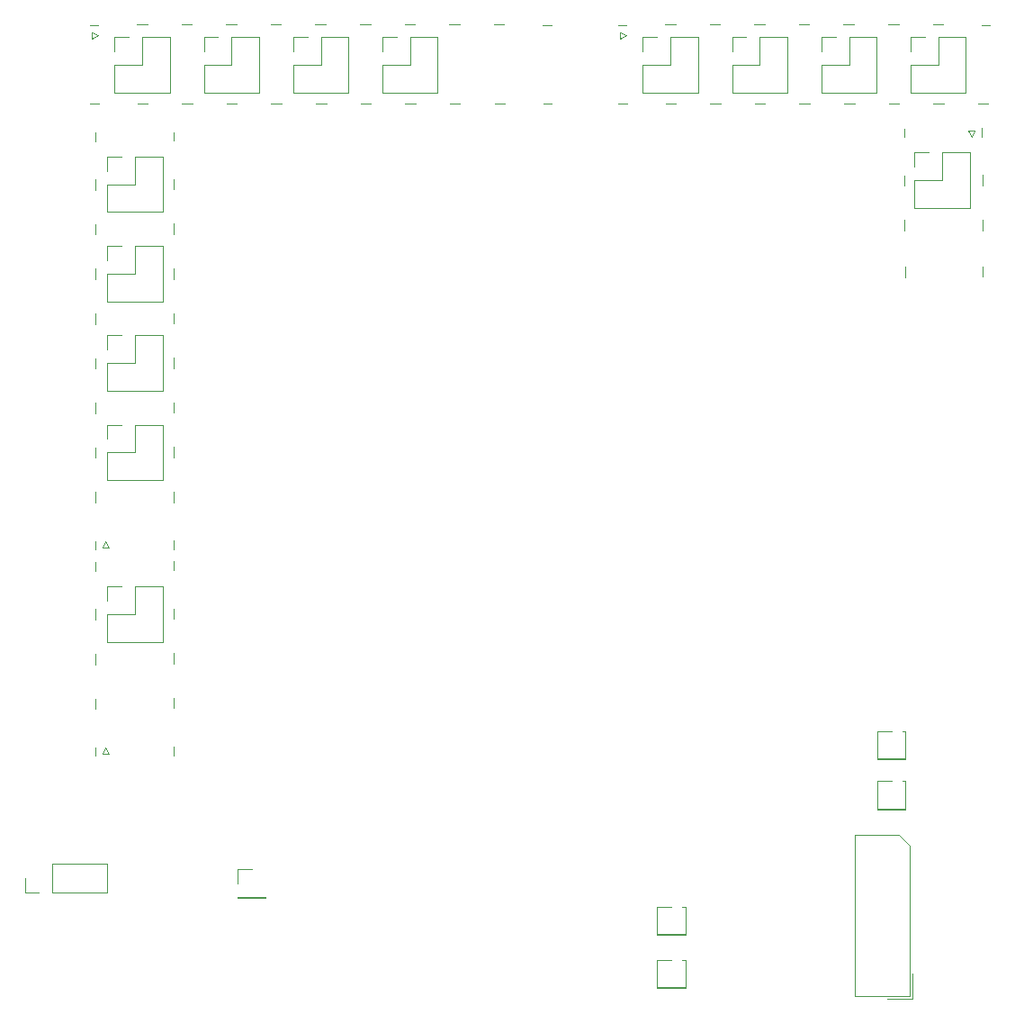
<source format=gto>
G04 #@! TF.GenerationSoftware,KiCad,Pcbnew,7.0.9*
G04 #@! TF.CreationDate,2024-02-13T07:44:27+03:00*
G04 #@! TF.ProjectId,hellen1-uaefi,68656c6c-656e-4312-9d75-616566692e6b,rev?*
G04 #@! TF.SameCoordinates,PX55d4a80PY8f0d180*
G04 #@! TF.FileFunction,Legend,Top*
G04 #@! TF.FilePolarity,Positive*
%FSLAX46Y46*%
G04 Gerber Fmt 4.6, Leading zero omitted, Abs format (unit mm)*
G04 Created by KiCad (PCBNEW 7.0.9) date 2024-02-13 07:44:27*
%MOMM*%
%LPD*%
G01*
G04 APERTURE LIST*
%ADD10C,0.120000*%
G04 APERTURE END LIST*
D10*
G04 #@! TO.C,M801*
X8025126Y91025000D02*
X8625126Y90725000D01*
X8025126Y90425000D02*
X8025126Y91025000D01*
X8300126Y76210000D02*
X8300126Y77190000D01*
X8300126Y72010000D02*
X8300126Y72990000D01*
X8300126Y67810000D02*
X8300126Y68790000D01*
X8300126Y63610000D02*
X8300126Y64590000D01*
X8300126Y59410000D02*
X8300126Y60390000D01*
X8300126Y55210000D02*
X8300126Y56190000D01*
X8300126Y51010000D02*
X8300126Y51990000D01*
X8300126Y46810000D02*
X8300126Y47790000D01*
X8300126Y35810000D02*
X8300126Y36790000D01*
X8300126Y31610000D02*
X8300126Y32590000D01*
X8300126Y27410000D02*
X8300126Y28390000D01*
X8310126Y80800000D02*
X8310126Y81610000D01*
X8310126Y43200000D02*
X8310126Y42390000D01*
X8310126Y40400000D02*
X8310126Y41210000D01*
X8310126Y23800000D02*
X8310126Y22990000D01*
X8625126Y91715000D02*
X7815126Y91715000D01*
X8625126Y90725000D02*
X8025126Y90425000D01*
X8677290Y84326098D02*
X7867290Y84326098D01*
X9000126Y42600000D02*
X9300126Y43200000D01*
X9000126Y23200000D02*
X9300126Y23800000D01*
X9300126Y43200000D02*
X9600126Y42600000D01*
X9300126Y23800000D02*
X9600126Y23200000D01*
X9600126Y42600000D02*
X9000126Y42600000D01*
X9600126Y23200000D02*
X9000126Y23200000D01*
X12235126Y91725000D02*
X13215126Y91725000D01*
X12287290Y84336098D02*
X13267290Y84336098D01*
X15688963Y35863539D02*
X15688963Y36843539D01*
X15688963Y31663539D02*
X15688963Y32643539D01*
X15688963Y27463539D02*
X15688963Y28443539D01*
X15689060Y76236065D02*
X15689060Y77216065D01*
X15689060Y72036065D02*
X15689060Y73016065D01*
X15689060Y67836065D02*
X15689060Y68816065D01*
X15689060Y63636065D02*
X15689060Y64616065D01*
X15689060Y59436065D02*
X15689060Y60416065D01*
X15689060Y55236065D02*
X15689060Y56216065D01*
X15689060Y51036065D02*
X15689060Y52016065D01*
X15689060Y46836065D02*
X15689060Y47816065D01*
X15698963Y40453539D02*
X15698963Y41263539D01*
X15698963Y23853539D02*
X15698963Y23043539D01*
X15699060Y80826065D02*
X15699060Y81636065D01*
X15699060Y43226065D02*
X15699060Y42416065D01*
X16435126Y91725000D02*
X17415126Y91725000D01*
X16487290Y84336098D02*
X17467290Y84336098D01*
X20635126Y91725000D02*
X21615126Y91725000D01*
X20687290Y84336098D02*
X21667290Y84336098D01*
X24835126Y91725000D02*
X25815126Y91725000D01*
X24887290Y84336098D02*
X25867290Y84336098D01*
X29035126Y91725000D02*
X30015126Y91725000D01*
X29087290Y84336098D02*
X30067290Y84336098D01*
X33235126Y91725000D02*
X34215126Y91725000D01*
X33287290Y84336098D02*
X34267290Y84336098D01*
X37435126Y91725000D02*
X38415126Y91725000D01*
X37487290Y84336098D02*
X38467290Y84336098D01*
X41635126Y91725000D02*
X42615126Y91725000D01*
X41687290Y84336098D02*
X42667290Y84336098D01*
X45835126Y91725000D02*
X46815126Y91725000D01*
X45887290Y84336098D02*
X46867290Y84336098D01*
X50425126Y91715000D02*
X51235126Y91715000D01*
X50477290Y84326098D02*
X51287290Y84326098D01*
X57725126Y91025000D02*
X58325126Y90725000D01*
X57725126Y90425000D02*
X57725126Y91025000D01*
X58325126Y91715000D02*
X57515126Y91715000D01*
X58325126Y90725000D02*
X57725126Y90425000D01*
X58363637Y84348254D02*
X57553637Y84348254D01*
X61195126Y8830000D02*
X61195126Y6170000D01*
X61195126Y3830000D02*
X61195126Y1170000D01*
X61489588Y6170000D02*
X61195126Y6170000D01*
X61489588Y1170000D02*
X61195126Y1170000D01*
X61500753Y8830000D02*
X61195126Y8830000D01*
X61500753Y3830000D02*
X61195126Y3830000D01*
X61935126Y91725000D02*
X62915126Y91725000D01*
X61973637Y84358254D02*
X62953637Y84358254D01*
X63549499Y6170000D02*
X63855126Y6170000D01*
X63549499Y1170000D02*
X63855126Y1170000D01*
X63560664Y8830000D02*
X63855126Y8830000D01*
X63560664Y3830000D02*
X63855126Y3830000D01*
X63855126Y6170000D02*
X63855126Y8830000D01*
X63855126Y1170000D02*
X63855126Y3830000D01*
X66135126Y91725000D02*
X67115126Y91725000D01*
X66173637Y84358254D02*
X67153637Y84358254D01*
X70335126Y91725000D02*
X71315126Y91725000D01*
X70373637Y84358254D02*
X71353637Y84358254D01*
X74535126Y91725000D02*
X75515126Y91725000D01*
X74573637Y84358254D02*
X75553637Y84358254D01*
X78735126Y91725000D02*
X79715126Y91725000D01*
X78773637Y84358254D02*
X79753637Y84358254D01*
X79815126Y15560000D02*
X79815126Y440000D01*
X79815126Y15560000D02*
X79815126Y440000D01*
X79815126Y440000D02*
X84935126Y440000D01*
X79815126Y440000D02*
X84935126Y440000D01*
X81895126Y25330000D02*
X81895126Y22670000D01*
X81895126Y20630000D02*
X81895126Y17970000D01*
X82189588Y22670000D02*
X81895126Y22670000D01*
X82189588Y17970000D02*
X81895126Y17970000D01*
X82200753Y25330000D02*
X81895126Y25330000D01*
X82200753Y20630000D02*
X81895126Y20630000D01*
X82825126Y140000D02*
X85235126Y140000D01*
X82825126Y140000D02*
X85235126Y140000D01*
X82935126Y91725000D02*
X83915126Y91725000D01*
X82973637Y84358254D02*
X83953637Y84358254D01*
X83935126Y15560000D02*
X79815126Y15560000D01*
X83935126Y15560000D02*
X79815126Y15560000D01*
X84249499Y22670000D02*
X84555126Y22670000D01*
X84249499Y17970000D02*
X84555126Y17970000D01*
X84260664Y25330000D02*
X84555126Y25330000D01*
X84260664Y20630000D02*
X84555126Y20630000D01*
X84470065Y81168005D02*
X84470065Y81978005D01*
X84480065Y77558005D02*
X84480065Y76578005D01*
X84480065Y73358005D02*
X84480065Y72378005D01*
X84503870Y68000193D02*
X84503870Y68980193D01*
X84555126Y22670000D02*
X84555126Y25330000D01*
X84555126Y17970000D02*
X84555126Y20630000D01*
X84935126Y14560000D02*
X83935126Y15560000D01*
X84935126Y14560000D02*
X83935126Y15560000D01*
X84935126Y440000D02*
X84935126Y14560000D01*
X84935126Y440000D02*
X84935126Y14560000D01*
X85235126Y140000D02*
X85235126Y2550000D01*
X85235126Y140000D02*
X85235126Y2550000D01*
X87135126Y91725000D02*
X88115126Y91725000D01*
X87173637Y84358254D02*
X88153637Y84358254D01*
X90483943Y81799710D02*
X91083943Y81799710D01*
X90783943Y81199710D02*
X90483943Y81799710D01*
X91083943Y81799710D02*
X90783943Y81199710D01*
X91373637Y84358254D02*
X92353637Y84358254D01*
X91725126Y91715000D02*
X92535126Y91715000D01*
X91773943Y81199710D02*
X91773943Y82009710D01*
X91783943Y77589710D02*
X91783943Y76609710D01*
X91783943Y73389710D02*
X91783943Y72409710D01*
X91807748Y68031898D02*
X91807748Y69011898D01*
G04 #@! TO.C,J805*
X68245126Y90555000D02*
X69575126Y90555000D01*
X68245126Y89225000D02*
X68245126Y90555000D01*
X68245126Y87955000D02*
X68245126Y85355000D01*
X68245126Y87955000D02*
X70845126Y87955000D01*
X68245126Y85355000D02*
X73445126Y85355000D01*
X70845126Y90555000D02*
X73445126Y90555000D01*
X70845126Y87955000D02*
X70845126Y90555000D01*
X73445126Y90555000D02*
X73445126Y85355000D01*
G04 #@! TO.C,P802*
X81895126Y20630000D02*
X83225126Y20630000D01*
X81895126Y19300000D02*
X81895126Y20630000D01*
X81895126Y18030000D02*
X81895126Y17970000D01*
X81895126Y18030000D02*
X84555126Y18030000D01*
X81895126Y17970000D02*
X84555126Y17970000D01*
X84555126Y18030000D02*
X84555126Y17970000D01*
G04 #@! TO.C,J815*
X35345126Y90555000D02*
X36675126Y90555000D01*
X35345126Y89225000D02*
X35345126Y90555000D01*
X35345126Y87955000D02*
X35345126Y85355000D01*
X35345126Y87955000D02*
X37945126Y87955000D01*
X35345126Y85355000D02*
X40545126Y85355000D01*
X37945126Y90555000D02*
X40545126Y90555000D01*
X37945126Y87955000D02*
X37945126Y90555000D01*
X40545126Y90555000D02*
X40545126Y85355000D01*
G04 #@! TO.C,P801*
X81895126Y25330000D02*
X83225126Y25330000D01*
X81895126Y24000000D02*
X81895126Y25330000D01*
X81895126Y22730000D02*
X81895126Y22670000D01*
X81895126Y22730000D02*
X84555126Y22730000D01*
X81895126Y22670000D02*
X84555126Y22670000D01*
X84555126Y22730000D02*
X84555126Y22670000D01*
G04 #@! TO.C,J806*
X9470126Y79320000D02*
X10800126Y79320000D01*
X9470126Y77990000D02*
X9470126Y79320000D01*
X9470126Y76720000D02*
X9470126Y74120000D01*
X9470126Y76720000D02*
X12070126Y76720000D01*
X9470126Y74120000D02*
X14670126Y74120000D01*
X12070126Y79320000D02*
X14670126Y79320000D01*
X12070126Y76720000D02*
X12070126Y79320000D01*
X14670126Y79320000D02*
X14670126Y74120000D01*
G04 #@! TO.C,J816*
X9470126Y54120000D02*
X10800126Y54120000D01*
X9470126Y52790000D02*
X9470126Y54120000D01*
X9470126Y51520000D02*
X9470126Y48920000D01*
X9470126Y51520000D02*
X12070126Y51520000D01*
X9470126Y48920000D02*
X14670126Y48920000D01*
X12070126Y54120000D02*
X14670126Y54120000D01*
X12070126Y51520000D02*
X12070126Y54120000D01*
X14670126Y54120000D02*
X14670126Y48920000D01*
G04 #@! TO.C,J801*
X82825126Y140000D02*
X85235126Y140000D01*
X85235126Y140000D02*
X85235126Y2550000D01*
X79815126Y440000D02*
X84935126Y440000D01*
X84935126Y440000D02*
X84935126Y14560000D01*
X84935126Y14560000D02*
X83935126Y15560000D01*
X79815126Y15560000D02*
X79815126Y440000D01*
X83935126Y15560000D02*
X79815126Y15560000D01*
G04 #@! TO.C,J809*
X9470126Y70920000D02*
X10800126Y70920000D01*
X9470126Y69590000D02*
X9470126Y70920000D01*
X9470126Y68320000D02*
X9470126Y65720000D01*
X9470126Y68320000D02*
X12070126Y68320000D01*
X9470126Y65720000D02*
X14670126Y65720000D01*
X12070126Y70920000D02*
X14670126Y70920000D01*
X12070126Y68320000D02*
X12070126Y70920000D01*
X14670126Y70920000D02*
X14670126Y65720000D01*
G04 #@! TO.C,J814*
X85045126Y90555000D02*
X86375126Y90555000D01*
X85045126Y89225000D02*
X85045126Y90555000D01*
X85045126Y87955000D02*
X85045126Y85355000D01*
X85045126Y87955000D02*
X87645126Y87955000D01*
X85045126Y85355000D02*
X90245126Y85355000D01*
X87645126Y90555000D02*
X90245126Y90555000D01*
X87645126Y87955000D02*
X87645126Y90555000D01*
X90245126Y90555000D02*
X90245126Y85355000D01*
G04 #@! TO.C,J812*
X85420126Y79720000D02*
X86750126Y79720000D01*
X85420126Y78390000D02*
X85420126Y79720000D01*
X85420126Y77120000D02*
X85420126Y74520000D01*
X85420126Y77120000D02*
X88020126Y77120000D01*
X85420126Y74520000D02*
X90620126Y74520000D01*
X88020126Y79720000D02*
X90620126Y79720000D01*
X88020126Y77120000D02*
X88020126Y79720000D01*
X90620126Y79720000D02*
X90620126Y74520000D01*
G04 #@! TO.C,J804*
X59845126Y90555000D02*
X61175126Y90555000D01*
X59845126Y89225000D02*
X59845126Y90555000D01*
X59845126Y87955000D02*
X59845126Y85355000D01*
X59845126Y87955000D02*
X62445126Y87955000D01*
X59845126Y85355000D02*
X65045126Y85355000D01*
X62445126Y90555000D02*
X65045126Y90555000D01*
X62445126Y87955000D02*
X62445126Y90555000D01*
X65045126Y90555000D02*
X65045126Y85355000D01*
G04 #@! TO.C,P804*
X61195126Y8830000D02*
X62525126Y8830000D01*
X61195126Y7500000D02*
X61195126Y8830000D01*
X61195126Y6230000D02*
X61195126Y6170000D01*
X61195126Y6230000D02*
X63855126Y6230000D01*
X61195126Y6170000D02*
X63855126Y6170000D01*
X63855126Y6230000D02*
X63855126Y6170000D01*
G04 #@! TO.C,J803*
X9470126Y38920000D02*
X10800126Y38920000D01*
X9470126Y37590000D02*
X9470126Y38920000D01*
X9470126Y36320000D02*
X9470126Y33720000D01*
X9470126Y36320000D02*
X12070126Y36320000D01*
X9470126Y33720000D02*
X14670126Y33720000D01*
X12070126Y38920000D02*
X14670126Y38920000D01*
X12070126Y36320000D02*
X12070126Y38920000D01*
X14670126Y38920000D02*
X14670126Y33720000D01*
G04 #@! TO.C,J802*
X1695126Y10170000D02*
X1695126Y11500000D01*
X3025126Y10170000D02*
X1695126Y10170000D01*
X4295126Y10170000D02*
X9435126Y10170000D01*
X4295126Y10170000D02*
X4295126Y12830000D01*
X9435126Y10170000D02*
X9435126Y12830000D01*
X4295126Y12830000D02*
X9435126Y12830000D01*
G04 #@! TO.C,J807*
X10145126Y90555000D02*
X11475126Y90555000D01*
X10145126Y89225000D02*
X10145126Y90555000D01*
X10145126Y87955000D02*
X10145126Y85355000D01*
X10145126Y87955000D02*
X12745126Y87955000D01*
X10145126Y85355000D02*
X15345126Y85355000D01*
X12745126Y90555000D02*
X15345126Y90555000D01*
X12745126Y87955000D02*
X12745126Y90555000D01*
X15345126Y90555000D02*
X15345126Y85355000D01*
G04 #@! TO.C,P805*
X21695126Y12330000D02*
X23025126Y12330000D01*
X21695126Y11000000D02*
X21695126Y12330000D01*
X21695126Y9730000D02*
X21695126Y9670000D01*
X21695126Y9730000D02*
X24355126Y9730000D01*
X21695126Y9670000D02*
X24355126Y9670000D01*
X24355126Y9730000D02*
X24355126Y9670000D01*
G04 #@! TO.C,J811*
X26945126Y90555000D02*
X28275126Y90555000D01*
X26945126Y89225000D02*
X26945126Y90555000D01*
X26945126Y87955000D02*
X26945126Y85355000D01*
X26945126Y87955000D02*
X29545126Y87955000D01*
X26945126Y85355000D02*
X32145126Y85355000D01*
X29545126Y90555000D02*
X32145126Y90555000D01*
X29545126Y87955000D02*
X29545126Y90555000D01*
X32145126Y90555000D02*
X32145126Y85355000D01*
G04 #@! TO.C,J810*
X76645126Y90555000D02*
X77975126Y90555000D01*
X76645126Y89225000D02*
X76645126Y90555000D01*
X76645126Y87955000D02*
X76645126Y85355000D01*
X76645126Y87955000D02*
X79245126Y87955000D01*
X76645126Y85355000D02*
X81845126Y85355000D01*
X79245126Y90555000D02*
X81845126Y90555000D01*
X79245126Y87955000D02*
X79245126Y90555000D01*
X81845126Y90555000D02*
X81845126Y85355000D01*
G04 #@! TO.C,J808*
X18545126Y90555000D02*
X19875126Y90555000D01*
X18545126Y89225000D02*
X18545126Y90555000D01*
X18545126Y87955000D02*
X18545126Y85355000D01*
X18545126Y87955000D02*
X21145126Y87955000D01*
X18545126Y85355000D02*
X23745126Y85355000D01*
X21145126Y90555000D02*
X23745126Y90555000D01*
X21145126Y87955000D02*
X21145126Y90555000D01*
X23745126Y90555000D02*
X23745126Y85355000D01*
G04 #@! TO.C,J813*
X9470126Y62520000D02*
X10800126Y62520000D01*
X9470126Y61190000D02*
X9470126Y62520000D01*
X9470126Y59920000D02*
X9470126Y57320000D01*
X9470126Y59920000D02*
X12070126Y59920000D01*
X9470126Y57320000D02*
X14670126Y57320000D01*
X12070126Y62520000D02*
X14670126Y62520000D01*
X12070126Y59920000D02*
X12070126Y62520000D01*
X14670126Y62520000D02*
X14670126Y57320000D01*
G04 #@! TO.C,P803*
X61195126Y3830000D02*
X62525126Y3830000D01*
X61195126Y2500000D02*
X61195126Y3830000D01*
X61195126Y1230000D02*
X61195126Y1170000D01*
X61195126Y1230000D02*
X63855126Y1230000D01*
X61195126Y1170000D02*
X63855126Y1170000D01*
X63855126Y1230000D02*
X63855126Y1170000D01*
G04 #@! TD*
M02*

</source>
